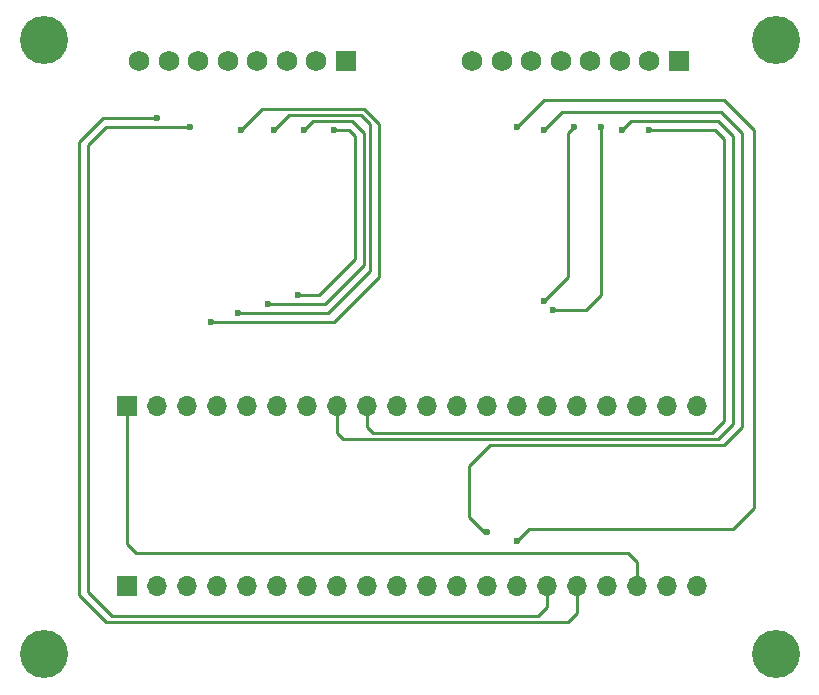
<source format=gbr>
G04 #@! TF.FileFunction,Copper,L2,Bot,Signal*
%FSLAX46Y46*%
G04 Gerber Fmt 4.6, Leading zero omitted, Abs format (unit mm)*
G04 Created by KiCad (PCBNEW 4.0.5-e0-6337~49~ubuntu16.04.1) date Thu Feb 16 22:53:25 2017*
%MOMM*%
%LPD*%
G01*
G04 APERTURE LIST*
%ADD10C,0.100000*%
%ADD11C,4.064000*%
%ADD12R,1.750000X1.750000*%
%ADD13C,1.750000*%
%ADD14R,1.700000X1.700000*%
%ADD15O,1.700000X1.700000*%
%ADD16C,0.600000*%
%ADD17C,0.250000*%
G04 APERTURE END LIST*
D10*
D11*
X116908000Y-79256000D03*
X178908000Y-79256000D03*
X116908000Y-131256000D03*
X178908000Y-131256000D03*
D12*
X170688000Y-81026000D03*
D13*
X168188000Y-81026000D03*
X165688000Y-81026000D03*
X163188000Y-81026000D03*
X160688000Y-81026000D03*
X158188000Y-81026000D03*
X155688000Y-81026000D03*
X153188000Y-81026000D03*
D12*
X142494000Y-81026000D03*
D13*
X139994000Y-81026000D03*
X137494000Y-81026000D03*
X134994000Y-81026000D03*
X132494000Y-81026000D03*
X129994000Y-81026000D03*
X127494000Y-81026000D03*
X124994000Y-81026000D03*
D14*
X123952000Y-125476000D03*
D15*
X126492000Y-125476000D03*
X129032000Y-125476000D03*
X131572000Y-125476000D03*
X134112000Y-125476000D03*
X136652000Y-125476000D03*
X139192000Y-125476000D03*
X141732000Y-125476000D03*
X144272000Y-125476000D03*
X146812000Y-125476000D03*
X149352000Y-125476000D03*
X151892000Y-125476000D03*
X154432000Y-125476000D03*
X156972000Y-125476000D03*
X159512000Y-125476000D03*
X162052000Y-125476000D03*
X164592000Y-125476000D03*
X167132000Y-125476000D03*
X169672000Y-125476000D03*
X172212000Y-125476000D03*
D14*
X123952000Y-110236000D03*
D15*
X126492000Y-110236000D03*
X129032000Y-110236000D03*
X131572000Y-110236000D03*
X134112000Y-110236000D03*
X136652000Y-110236000D03*
X139192000Y-110236000D03*
X141732000Y-110236000D03*
X144272000Y-110236000D03*
X146812000Y-110236000D03*
X149352000Y-110236000D03*
X151892000Y-110236000D03*
X154432000Y-110236000D03*
X156972000Y-110236000D03*
X159512000Y-110236000D03*
X162052000Y-110236000D03*
X164592000Y-110236000D03*
X167132000Y-110236000D03*
X169672000Y-110236000D03*
X172212000Y-110236000D03*
D16*
X168148000Y-86868000D03*
X165862000Y-86868000D03*
X164084000Y-86614000D03*
X160020000Y-102108000D03*
X161798000Y-86614000D03*
X159258000Y-101346000D03*
X138430000Y-100838000D03*
X141478000Y-86868000D03*
X135890000Y-101600000D03*
X138938000Y-86868000D03*
X133350000Y-102362000D03*
X136398000Y-86868000D03*
X133604000Y-86868000D03*
X131064000Y-103124000D03*
X154432000Y-120904000D03*
X159258000Y-86868000D03*
X129286000Y-86614000D03*
X126492000Y-85852000D03*
X156972000Y-86614000D03*
X156972000Y-121666000D03*
D17*
X168148000Y-86868000D02*
X173736000Y-86868000D01*
X144272000Y-112014000D02*
X144272000Y-110236000D01*
X144780000Y-112522000D02*
X144272000Y-112014000D01*
X173482000Y-112522000D02*
X144780000Y-112522000D01*
X174498000Y-111506000D02*
X173482000Y-112522000D01*
X174498000Y-87630000D02*
X174498000Y-111506000D01*
X173736000Y-86868000D02*
X174498000Y-87630000D01*
X165862000Y-86868000D02*
X166624000Y-86106000D01*
X141732000Y-112522000D02*
X141732000Y-110236000D01*
X142240000Y-113030000D02*
X141732000Y-112522000D01*
X173990000Y-113030000D02*
X142240000Y-113030000D01*
X175260000Y-111760000D02*
X173990000Y-113030000D01*
X175260000Y-87376000D02*
X175260000Y-111760000D01*
X173990000Y-86106000D02*
X175260000Y-87376000D01*
X166624000Y-86106000D02*
X173990000Y-86106000D01*
X164084000Y-86614000D02*
X164084000Y-100838000D01*
X162814000Y-102108000D02*
X160020000Y-102108000D01*
X164084000Y-100838000D02*
X162814000Y-102108000D01*
X161798000Y-86614000D02*
X161290000Y-87122000D01*
X161290000Y-87122000D02*
X161290000Y-99314000D01*
X161290000Y-99314000D02*
X159258000Y-101346000D01*
X142748000Y-86868000D02*
X143256000Y-87376000D01*
X143256000Y-87376000D02*
X143256000Y-97790000D01*
X143256000Y-97790000D02*
X140208000Y-100838000D01*
X138430000Y-100838000D02*
X140208000Y-100838000D01*
X141478000Y-86868000D02*
X142748000Y-86868000D01*
X135890000Y-101600000D02*
X140716000Y-101600000D01*
X144018000Y-98298000D02*
X144018000Y-87376000D01*
X139700000Y-86106000D02*
X143002000Y-86106000D01*
X143002000Y-86106000D02*
X144018000Y-87122000D01*
X144018000Y-87122000D02*
X144018000Y-87376000D01*
X138938000Y-86868000D02*
X139700000Y-86106000D01*
X144018000Y-98298000D02*
X140716000Y-101600000D01*
X144526000Y-98806000D02*
X140970000Y-102362000D01*
X133350000Y-102362000D02*
X140970000Y-102362000D01*
X137668000Y-85598000D02*
X143764000Y-85598000D01*
X143764000Y-85598000D02*
X144526000Y-86360000D01*
X144526000Y-86360000D02*
X144526000Y-87376000D01*
X136398000Y-86868000D02*
X137668000Y-85598000D01*
X144526000Y-87376000D02*
X144526000Y-98806000D01*
X145288000Y-87376000D02*
X145288000Y-99314000D01*
X135382000Y-85090000D02*
X144018000Y-85090000D01*
X144018000Y-85090000D02*
X145288000Y-86360000D01*
X145288000Y-86360000D02*
X145288000Y-87376000D01*
X133604000Y-86868000D02*
X135382000Y-85090000D01*
X131064000Y-103124000D02*
X141478000Y-103124000D01*
X145288000Y-99314000D02*
X141478000Y-103124000D01*
X154178000Y-120904000D02*
X154432000Y-120904000D01*
X152908000Y-119634000D02*
X154178000Y-120904000D01*
X152908000Y-115316000D02*
X152908000Y-119634000D01*
X154686000Y-113538000D02*
X152908000Y-115316000D01*
X174498000Y-113538000D02*
X154686000Y-113538000D01*
X176022000Y-112014000D02*
X174498000Y-113538000D01*
X176022000Y-87122000D02*
X176022000Y-112014000D01*
X174244000Y-85344000D02*
X176022000Y-87122000D01*
X160782000Y-85344000D02*
X174244000Y-85344000D01*
X159258000Y-86868000D02*
X160782000Y-85344000D01*
X129286000Y-86614000D02*
X122174000Y-86614000D01*
X159512000Y-127254000D02*
X159512000Y-125476000D01*
X158750000Y-128016000D02*
X159512000Y-127254000D01*
X122682000Y-128016000D02*
X158750000Y-128016000D01*
X120650000Y-125984000D02*
X122682000Y-128016000D01*
X120650000Y-88138000D02*
X120650000Y-125984000D01*
X122174000Y-86614000D02*
X120650000Y-88138000D01*
X126492000Y-85852000D02*
X121920000Y-85852000D01*
X162052000Y-127762000D02*
X162052000Y-125476000D01*
X161290000Y-128524000D02*
X162052000Y-127762000D01*
X122174000Y-128524000D02*
X161290000Y-128524000D01*
X119888000Y-126238000D02*
X122174000Y-128524000D01*
X119888000Y-87884000D02*
X119888000Y-126238000D01*
X121920000Y-85852000D02*
X119888000Y-87884000D01*
X156972000Y-86614000D02*
X159258000Y-84328000D01*
X157988000Y-120650000D02*
X156972000Y-121666000D01*
X175260000Y-120650000D02*
X157988000Y-120650000D01*
X177038000Y-118872000D02*
X175260000Y-120650000D01*
X177038000Y-112268000D02*
X177038000Y-118872000D01*
X177038000Y-86868000D02*
X177038000Y-112268000D01*
X174498000Y-84328000D02*
X177038000Y-86868000D01*
X159258000Y-84328000D02*
X174498000Y-84328000D01*
X167132000Y-125476000D02*
X167132000Y-123444000D01*
X123952000Y-121920000D02*
X123952000Y-110236000D01*
X124714000Y-122682000D02*
X123952000Y-121920000D01*
X166370000Y-122682000D02*
X124714000Y-122682000D01*
X167132000Y-123444000D02*
X166370000Y-122682000D01*
M02*

</source>
